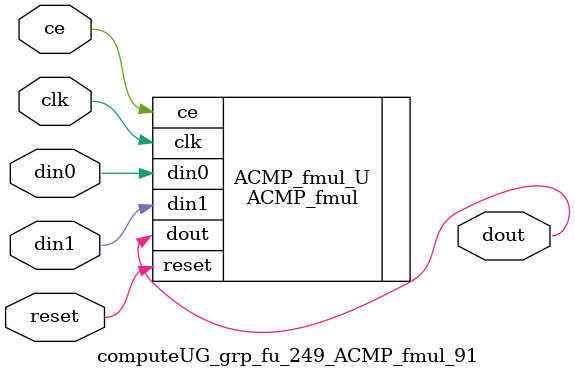
<source format=v>

`timescale 1 ns / 1 ps
module computeUG_grp_fu_249_ACMP_fmul_91(
    clk,
    reset,
    ce,
    din0,
    din1,
    dout);

parameter ID = 32'd1;
parameter NUM_STAGE = 32'd1;
parameter din0_WIDTH = 32'd1;
parameter din1_WIDTH = 32'd1;
parameter dout_WIDTH = 32'd1;
input clk;
input reset;
input ce;
input[din0_WIDTH - 1:0] din0;
input[din1_WIDTH - 1:0] din1;
output[dout_WIDTH - 1:0] dout;



ACMP_fmul #(
.ID( ID ),
.NUM_STAGE( 4 ),
.din0_WIDTH( din0_WIDTH ),
.din1_WIDTH( din1_WIDTH ),
.dout_WIDTH( dout_WIDTH ))
ACMP_fmul_U(
    .clk( clk ),
    .reset( reset ),
    .ce( ce ),
    .din0( din0 ),
    .din1( din1 ),
    .dout( dout ));

endmodule

</source>
